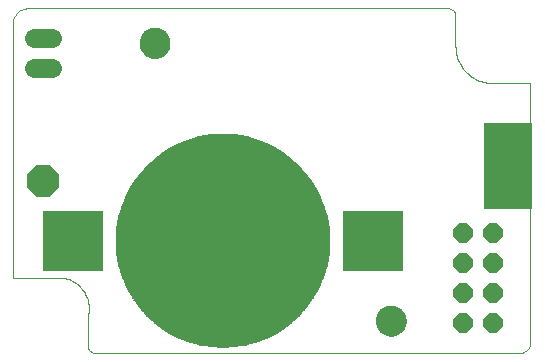
<source format=gts>
G75*
%MOIN*%
%OFA0B0*%
%FSLAX24Y24*%
%IPPOS*%
%LPD*%
%AMOC8*
5,1,8,0,0,1.08239X$1,22.5*
%
%ADD10C,0.0000*%
%ADD11C,0.1024*%
%ADD12OC8,0.0640*%
%ADD13OC8,0.1040*%
%ADD14R,0.1340X0.0640*%
%ADD15R,0.1600X0.2900*%
%ADD16R,0.1640X0.1640*%
%ADD17R,0.2040X0.2040*%
%ADD18C,0.0050*%
%ADD19C,0.0640*%
D10*
X002650Y000550D02*
X002650Y001550D01*
X002663Y001611D01*
X002673Y001672D01*
X002679Y001734D01*
X002681Y001797D01*
X002679Y001859D01*
X002674Y001921D01*
X002665Y001982D01*
X002652Y002043D01*
X002635Y002103D01*
X002615Y002162D01*
X002592Y002220D01*
X002564Y002276D01*
X002534Y002330D01*
X002500Y002383D01*
X002464Y002433D01*
X002424Y002481D01*
X002381Y002527D01*
X002336Y002569D01*
X002289Y002609D01*
X002238Y002647D01*
X002186Y002681D01*
X002132Y002711D01*
X002076Y002739D01*
X002019Y002763D01*
X001960Y002783D01*
X001900Y002800D01*
X000150Y002800D01*
X000150Y011406D01*
X000150Y011300D02*
X000152Y011344D01*
X000158Y011387D01*
X000167Y011429D01*
X000180Y011471D01*
X000197Y011511D01*
X000217Y011550D01*
X000240Y011587D01*
X000267Y011621D01*
X000296Y011654D01*
X000329Y011683D01*
X000363Y011710D01*
X000400Y011733D01*
X000439Y011753D01*
X000479Y011770D01*
X000521Y011783D01*
X000563Y011792D01*
X000606Y011798D01*
X000650Y011800D01*
X014650Y011800D01*
X014680Y011798D01*
X014710Y011793D01*
X014739Y011784D01*
X014766Y011771D01*
X014792Y011756D01*
X014816Y011737D01*
X014837Y011716D01*
X014856Y011692D01*
X014871Y011666D01*
X014884Y011639D01*
X014893Y011610D01*
X014898Y011580D01*
X014900Y011550D01*
X014900Y010550D01*
X014902Y010482D01*
X014907Y010415D01*
X014916Y010348D01*
X014929Y010281D01*
X014946Y010216D01*
X014965Y010151D01*
X014989Y010087D01*
X015016Y010025D01*
X015046Y009964D01*
X015079Y009906D01*
X015115Y009849D01*
X015155Y009794D01*
X015197Y009741D01*
X015243Y009690D01*
X015290Y009643D01*
X015341Y009597D01*
X015394Y009555D01*
X015449Y009515D01*
X015506Y009479D01*
X015564Y009446D01*
X015625Y009416D01*
X015687Y009389D01*
X015751Y009365D01*
X015816Y009346D01*
X015881Y009329D01*
X015948Y009316D01*
X016015Y009307D01*
X016082Y009302D01*
X016150Y009300D01*
X017400Y009300D01*
X017400Y000694D01*
X017398Y000655D01*
X017392Y000617D01*
X017383Y000580D01*
X017370Y000543D01*
X017353Y000508D01*
X017334Y000475D01*
X017311Y000444D01*
X017285Y000415D01*
X017256Y000389D01*
X017225Y000366D01*
X017192Y000347D01*
X017157Y000330D01*
X017120Y000317D01*
X017083Y000308D01*
X017045Y000302D01*
X017006Y000300D01*
X017150Y000300D02*
X002900Y000300D01*
X002870Y000302D01*
X002840Y000307D01*
X002811Y000316D01*
X002784Y000329D01*
X002758Y000344D01*
X002734Y000363D01*
X002713Y000384D01*
X002694Y000408D01*
X002679Y000434D01*
X002666Y000461D01*
X002657Y000490D01*
X002652Y000520D01*
X002650Y000550D01*
X012256Y001383D02*
X012258Y001427D01*
X012264Y001471D01*
X012274Y001514D01*
X012287Y001556D01*
X012305Y001596D01*
X012326Y001635D01*
X012350Y001672D01*
X012377Y001707D01*
X012408Y001739D01*
X012441Y001768D01*
X012477Y001794D01*
X012515Y001816D01*
X012555Y001835D01*
X012596Y001851D01*
X012639Y001863D01*
X012682Y001871D01*
X012726Y001875D01*
X012770Y001875D01*
X012814Y001871D01*
X012857Y001863D01*
X012900Y001851D01*
X012941Y001835D01*
X012981Y001816D01*
X013019Y001794D01*
X013055Y001768D01*
X013088Y001739D01*
X013119Y001707D01*
X013146Y001672D01*
X013170Y001635D01*
X013191Y001596D01*
X013209Y001556D01*
X013222Y001514D01*
X013232Y001471D01*
X013238Y001427D01*
X013240Y001383D01*
X013238Y001339D01*
X013232Y001295D01*
X013222Y001252D01*
X013209Y001210D01*
X013191Y001170D01*
X013170Y001131D01*
X013146Y001094D01*
X013119Y001059D01*
X013088Y001027D01*
X013055Y000998D01*
X013019Y000972D01*
X012981Y000950D01*
X012941Y000931D01*
X012900Y000915D01*
X012857Y000903D01*
X012814Y000895D01*
X012770Y000891D01*
X012726Y000891D01*
X012682Y000895D01*
X012639Y000903D01*
X012596Y000915D01*
X012555Y000931D01*
X012515Y000950D01*
X012477Y000972D01*
X012441Y000998D01*
X012408Y001027D01*
X012377Y001059D01*
X012350Y001094D01*
X012326Y001131D01*
X012305Y001170D01*
X012287Y001210D01*
X012274Y001252D01*
X012264Y001295D01*
X012258Y001339D01*
X012256Y001383D01*
X004382Y010635D02*
X004384Y010679D01*
X004390Y010723D01*
X004400Y010766D01*
X004413Y010808D01*
X004431Y010848D01*
X004452Y010887D01*
X004476Y010924D01*
X004503Y010959D01*
X004534Y010991D01*
X004567Y011020D01*
X004603Y011046D01*
X004641Y011068D01*
X004681Y011087D01*
X004722Y011103D01*
X004765Y011115D01*
X004808Y011123D01*
X004852Y011127D01*
X004896Y011127D01*
X004940Y011123D01*
X004983Y011115D01*
X005026Y011103D01*
X005067Y011087D01*
X005107Y011068D01*
X005145Y011046D01*
X005181Y011020D01*
X005214Y010991D01*
X005245Y010959D01*
X005272Y010924D01*
X005296Y010887D01*
X005317Y010848D01*
X005335Y010808D01*
X005348Y010766D01*
X005358Y010723D01*
X005364Y010679D01*
X005366Y010635D01*
X005364Y010591D01*
X005358Y010547D01*
X005348Y010504D01*
X005335Y010462D01*
X005317Y010422D01*
X005296Y010383D01*
X005272Y010346D01*
X005245Y010311D01*
X005214Y010279D01*
X005181Y010250D01*
X005145Y010224D01*
X005107Y010202D01*
X005067Y010183D01*
X005026Y010167D01*
X004983Y010155D01*
X004940Y010147D01*
X004896Y010143D01*
X004852Y010143D01*
X004808Y010147D01*
X004765Y010155D01*
X004722Y010167D01*
X004681Y010183D01*
X004641Y010202D01*
X004603Y010224D01*
X004567Y010250D01*
X004534Y010279D01*
X004503Y010311D01*
X004476Y010346D01*
X004452Y010383D01*
X004431Y010422D01*
X004413Y010462D01*
X004400Y010504D01*
X004390Y010547D01*
X004384Y010591D01*
X004382Y010635D01*
D11*
X004874Y010635D03*
X012748Y001383D03*
D12*
X015150Y001300D03*
X016150Y001300D03*
X016150Y002300D03*
X015150Y002300D03*
X015150Y003300D03*
X016150Y003300D03*
X016150Y004300D03*
X015150Y004300D03*
D13*
X001150Y006050D03*
D14*
X016650Y005550D03*
X016650Y006550D03*
X016650Y007550D03*
D15*
X016650Y006550D03*
D16*
X007150Y004050D03*
D17*
X002150Y004050D03*
X012150Y004050D03*
D18*
X010693Y004050D02*
X010671Y004447D01*
X010604Y004838D01*
X010494Y005220D01*
X010342Y005587D01*
X010150Y005935D01*
X009920Y006259D01*
X009655Y006555D01*
X009359Y006820D01*
X009035Y007050D01*
X008687Y007242D01*
X008320Y007394D01*
X007938Y007504D01*
X007547Y007571D01*
X007150Y007593D01*
X006753Y007571D01*
X006362Y007504D01*
X005980Y007394D01*
X005613Y007242D01*
X005265Y007050D01*
X004941Y006820D01*
X004645Y006555D01*
X004380Y006259D01*
X004150Y005935D01*
X003958Y005587D01*
X003806Y005220D01*
X003696Y004838D01*
X003629Y004447D01*
X003607Y004050D01*
X003629Y003653D01*
X003696Y003262D01*
X003806Y002880D01*
X003958Y002513D01*
X004150Y002165D01*
X004380Y001841D01*
X004645Y001545D01*
X004941Y001280D01*
X005265Y001050D01*
X005613Y000858D01*
X005980Y000706D01*
X006362Y000596D01*
X006753Y000529D01*
X007150Y000507D01*
X007547Y000529D01*
X007938Y000596D01*
X008320Y000706D01*
X008687Y000858D01*
X009035Y001050D01*
X009359Y001280D01*
X009655Y001545D01*
X009920Y001841D01*
X010150Y002165D01*
X010342Y002513D01*
X010494Y002880D01*
X010604Y003262D01*
X010671Y003653D01*
X010693Y004050D01*
X010692Y004035D02*
X003608Y004035D01*
X003609Y004083D02*
X010691Y004083D01*
X010689Y004132D02*
X003611Y004132D01*
X003614Y004180D02*
X010686Y004180D01*
X010683Y004229D02*
X003617Y004229D01*
X003619Y004277D02*
X010681Y004277D01*
X010678Y004326D02*
X003622Y004326D01*
X003625Y004374D02*
X010675Y004374D01*
X010672Y004423D02*
X003628Y004423D01*
X003633Y004471D02*
X010667Y004471D01*
X010659Y004520D02*
X003641Y004520D01*
X003650Y004568D02*
X010650Y004568D01*
X010642Y004617D02*
X003658Y004617D01*
X003666Y004665D02*
X010634Y004665D01*
X010626Y004714D02*
X003674Y004714D01*
X003683Y004762D02*
X010617Y004762D01*
X010609Y004811D02*
X003691Y004811D01*
X003701Y004859D02*
X010599Y004859D01*
X010585Y004908D02*
X003715Y004908D01*
X003729Y004956D02*
X010571Y004956D01*
X010557Y005005D02*
X003743Y005005D01*
X003757Y005053D02*
X010543Y005053D01*
X010529Y005102D02*
X003771Y005102D01*
X003785Y005150D02*
X010515Y005150D01*
X010501Y005199D02*
X003799Y005199D01*
X003817Y005247D02*
X010483Y005247D01*
X010463Y005296D02*
X003837Y005296D01*
X003857Y005344D02*
X010443Y005344D01*
X010423Y005393D02*
X003877Y005393D01*
X003897Y005441D02*
X010403Y005441D01*
X010383Y005490D02*
X003917Y005490D01*
X003937Y005538D02*
X010363Y005538D01*
X010343Y005587D02*
X003957Y005587D01*
X003984Y005635D02*
X010316Y005635D01*
X010289Y005684D02*
X004011Y005684D01*
X004038Y005732D02*
X010262Y005732D01*
X010236Y005781D02*
X004064Y005781D01*
X004091Y005829D02*
X010209Y005829D01*
X010182Y005878D02*
X004118Y005878D01*
X004145Y005926D02*
X010155Y005926D01*
X010122Y005975D02*
X004178Y005975D01*
X004212Y006023D02*
X010088Y006023D01*
X010053Y006072D02*
X004247Y006072D01*
X004281Y006120D02*
X010019Y006120D01*
X009985Y006169D02*
X004315Y006169D01*
X004350Y006217D02*
X009950Y006217D01*
X009915Y006266D02*
X004385Y006266D01*
X004429Y006314D02*
X009871Y006314D01*
X009828Y006363D02*
X004472Y006363D01*
X004515Y006411D02*
X009785Y006411D01*
X009741Y006460D02*
X004559Y006460D01*
X004602Y006508D02*
X009698Y006508D01*
X009654Y006557D02*
X004646Y006557D01*
X004700Y006605D02*
X009600Y006605D01*
X009546Y006654D02*
X004754Y006654D01*
X004808Y006702D02*
X009492Y006702D01*
X009437Y006751D02*
X004863Y006751D01*
X004917Y006799D02*
X009383Y006799D01*
X009321Y006848D02*
X004979Y006848D01*
X005048Y006896D02*
X009252Y006896D01*
X009184Y006945D02*
X005116Y006945D01*
X005184Y006993D02*
X009116Y006993D01*
X009047Y007042D02*
X005253Y007042D01*
X005337Y007090D02*
X008963Y007090D01*
X008875Y007139D02*
X005425Y007139D01*
X005512Y007187D02*
X008788Y007187D01*
X008700Y007236D02*
X005600Y007236D01*
X005713Y007284D02*
X008587Y007284D01*
X008470Y007333D02*
X005830Y007333D01*
X005947Y007381D02*
X008353Y007381D01*
X008199Y007430D02*
X006101Y007430D01*
X006270Y007478D02*
X008030Y007478D01*
X007809Y007527D02*
X006491Y007527D01*
X006825Y007575D02*
X007475Y007575D01*
X010690Y003986D02*
X003610Y003986D01*
X003613Y003938D02*
X010687Y003938D01*
X010684Y003889D02*
X003616Y003889D01*
X003618Y003841D02*
X010682Y003841D01*
X010679Y003792D02*
X003621Y003792D01*
X003624Y003744D02*
X010676Y003744D01*
X010673Y003695D02*
X003627Y003695D01*
X003630Y003647D02*
X010670Y003647D01*
X010662Y003598D02*
X003638Y003598D01*
X003647Y003550D02*
X010653Y003550D01*
X010645Y003501D02*
X003655Y003501D01*
X003663Y003453D02*
X010637Y003453D01*
X010629Y003404D02*
X003671Y003404D01*
X003680Y003356D02*
X010620Y003356D01*
X010612Y003307D02*
X003688Y003307D01*
X003696Y003259D02*
X010604Y003259D01*
X010590Y003210D02*
X003710Y003210D01*
X003724Y003162D02*
X010576Y003162D01*
X010562Y003113D02*
X003738Y003113D01*
X003752Y003065D02*
X010548Y003065D01*
X010534Y003016D02*
X003766Y003016D01*
X003780Y002968D02*
X010520Y002968D01*
X010506Y002919D02*
X003794Y002919D01*
X003809Y002871D02*
X010491Y002871D01*
X010471Y002822D02*
X003829Y002822D01*
X003850Y002774D02*
X010450Y002774D01*
X010430Y002725D02*
X003870Y002725D01*
X003890Y002677D02*
X010410Y002677D01*
X010390Y002628D02*
X003910Y002628D01*
X003930Y002580D02*
X010370Y002580D01*
X010350Y002531D02*
X003950Y002531D01*
X003974Y002483D02*
X010326Y002483D01*
X010299Y002434D02*
X004001Y002434D01*
X004028Y002386D02*
X010272Y002386D01*
X010245Y002337D02*
X004055Y002337D01*
X004081Y002289D02*
X010219Y002289D01*
X010192Y002240D02*
X004108Y002240D01*
X004135Y002192D02*
X010165Y002192D01*
X010135Y002143D02*
X004165Y002143D01*
X004200Y002095D02*
X010100Y002095D01*
X010066Y002046D02*
X004234Y002046D01*
X004269Y001998D02*
X010031Y001998D01*
X009997Y001949D02*
X004303Y001949D01*
X004337Y001901D02*
X009963Y001901D01*
X009928Y001852D02*
X004372Y001852D01*
X004413Y001804D02*
X009887Y001804D01*
X009844Y001755D02*
X004456Y001755D01*
X004500Y001707D02*
X009800Y001707D01*
X009757Y001658D02*
X004543Y001658D01*
X004586Y001610D02*
X009714Y001610D01*
X009670Y001561D02*
X004630Y001561D01*
X004680Y001513D02*
X009620Y001513D01*
X009565Y001464D02*
X004735Y001464D01*
X004789Y001416D02*
X009511Y001416D01*
X009457Y001367D02*
X004843Y001367D01*
X004897Y001319D02*
X009403Y001319D01*
X009346Y001270D02*
X004954Y001270D01*
X005023Y001222D02*
X009277Y001222D01*
X009209Y001173D02*
X005091Y001173D01*
X005160Y001125D02*
X009140Y001125D01*
X009072Y001076D02*
X005228Y001076D01*
X005305Y001028D02*
X008995Y001028D01*
X008907Y000979D02*
X005393Y000979D01*
X005481Y000931D02*
X008819Y000931D01*
X008732Y000882D02*
X005568Y000882D01*
X005671Y000834D02*
X008629Y000834D01*
X008512Y000785D02*
X005788Y000785D01*
X005905Y000737D02*
X008395Y000737D01*
X008259Y000688D02*
X006041Y000688D01*
X006209Y000640D02*
X008091Y000640D01*
X007912Y000591D02*
X006388Y000591D01*
X006674Y000543D02*
X007626Y000543D01*
D19*
X001450Y009800D02*
X000850Y009800D01*
X000850Y010800D02*
X001450Y010800D01*
M02*

</source>
